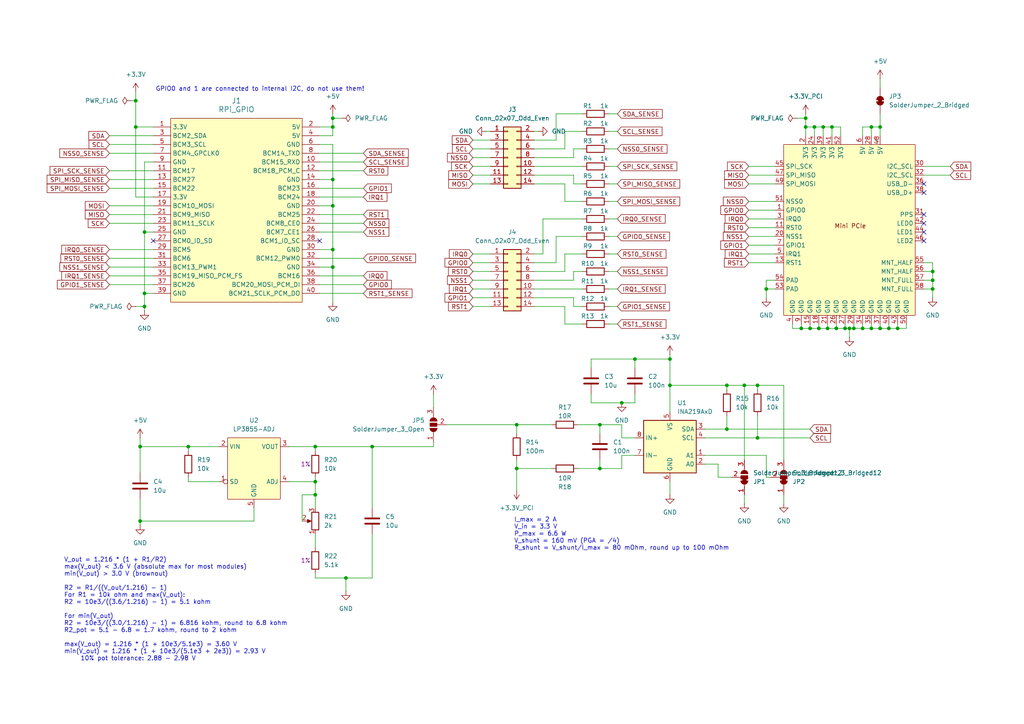
<source format=kicad_sch>
(kicad_sch (version 20250114) (generator "eeschema") (generator_version "9.0")
  (paper "A4")
  (title_block (title "RadioHAT Raspberry Pi HAT") (rev "E"))
  (text "V_out = 1.216 * (1 + R1/R2)\nmax(V_out) < 3.6 V (absolute max for most modules)\nmin(V_out) > 3.0 V (brownout)\n\nR2 = R1/((V_out/1.216) - 1)\nFor R1 = 10k ohm and max(V_out):\nR2 = 10e3/((3.6/1.216) - 1) = 5.1 kohm\n\nFor min(V_out)\nR2 = 10e3/((3.0/1.216) - 1) = 6.816 kohm, round to 6.8 kohm\nR2_pot = 5.1 - 6.8 = 1.7 kohm, round to 2 kohm\n\nmax(V_out) = 1.216 * (1 + 10e3/5.1e3) = 3.60 V\nmin(V_out) = 1.216 * (1 + 10e3/(5.1e3 + 2e3)) = 2.93 V\n	10% pot tolerance: 2.88 - 2.98 V" (at 18.542 176.784 0) (effects (font (size 1.27 1.27)) (justify left)))
  (text "GPIO0 and 1 are connected to internal I2C, do not use them!" (at 75.438 25.908 0) (effects (font (size 1.27 1.27))))
  (text "I_max = 2 A\nV_in = 3.3 V\nP_max = 6.6 W\nV_shunt = 160 mV (PGA = /4)\nR_shunt = V_shunt/I_max = 80 mOhm, round up to 100 mOhm" (at 149.098 154.94 0) (effects (font (size 1.27 1.27)) (justify left)))
  (junction (at 219.71 111.76))
  (junction (at 270.51 78.74))
  (junction (at 194.31 111.76))
  (junction (at 96.52 77.47))
  (junction (at 210.82 124.46))
  (junction (at 149.86 135.89))
  (junction (at 173.99 123.19))
  (junction (at 245.11 95.25))
  (junction (at 252.73 95.25))
  (junction (at 252.73 36.83))
  (junction (at 240.03 95.25))
  (junction (at 149.86 123.19))
  (junction (at 39.37 36.83))
  (junction (at 255.27 36.83))
  (junction (at 222.25 83.82))
  (junction (at 91.44 139.7))
  (junction (at 173.99 135.89))
  (junction (at 41.91 85.09))
  (junction (at 194.31 104.14))
  (junction (at 242.57 95.25))
  (junction (at 100.33 167.64))
  (junction (at 180.34 116.84))
  (junction (at 236.22 36.83))
  (junction (at 219.71 127))
  (junction (at 96.52 59.69))
  (junction (at 270.51 81.28))
  (junction (at 96.52 36.83))
  (junction (at 247.65 95.25))
  (junction (at 260.35 95.25))
  (junction (at 40.64 151.13))
  (junction (at 96.52 72.39))
  (junction (at 40.64 129.54))
  (junction (at 232.41 95.25))
  (junction (at 96.52 34.29))
  (junction (at 234.95 95.25))
  (junction (at 257.81 95.25))
  (junction (at 233.68 36.83))
  (junction (at 39.37 29.21))
  (junction (at 246.38 95.25))
  (junction (at 91.44 143.51))
  (junction (at 54.61 129.54))
  (junction (at 238.76 36.83))
  (junction (at 41.91 67.31))
  (junction (at 184.15 104.14))
  (junction (at 237.49 95.25))
  (junction (at 233.68 34.29))
  (junction (at 41.91 88.9))
  (junction (at 210.82 111.76))
  (junction (at 107.95 129.54))
  (junction (at 91.44 129.54))
  (junction (at 250.19 95.25))
  (junction (at 270.51 83.82))
  (junction (at 215.9 111.76))
  (junction (at 96.52 52.07))
  (junction (at 241.3 36.83))
  (junction (at 255.27 95.25))
  (no_connect (at 44.45 69.85))
  (no_connect (at 267.97 69.85))
  (no_connect (at 267.97 53.34))
  (no_connect (at 92.71 69.85))
  (no_connect (at 267.97 64.77))
  (no_connect (at 267.97 62.23))
  (no_connect (at 267.97 67.31))
  (no_connect (at 267.97 55.88))
  (wire (pts (xy 229.87 93.98) (xy 229.87 95.25)))
  (wire (pts (xy 137.16 53.34) (xy 142.24 53.34)))
  (wire (pts (xy 54.61 129.54) (xy 63.5 129.54)))
  (wire (pts (xy 210.82 111.76) (xy 215.9 111.76)))
  (wire (pts (xy 92.71 52.07) (xy 96.52 52.07)))
  (wire (pts (xy 40.64 127) (xy 40.64 129.54)))
  (wire (pts (xy 257.81 95.25) (xy 260.35 95.25)))
  (wire (pts (xy 241.3 36.83) (xy 243.84 36.83)))
  (wire (pts (xy 219.71 127) (xy 234.95 127)))
  (wire (pts (xy 41.91 88.9) (xy 41.91 90.17)))
  (wire (pts (xy 232.41 93.98) (xy 232.41 95.25)))
  (wire (pts (xy 260.35 95.25) (xy 262.89 95.25)))
  (wire (pts (xy 166.37 53.34) (xy 168.91 53.34)))
  (wire (pts (xy 91.44 139.7) (xy 91.44 143.51)))
  (wire (pts (xy 171.45 116.84) (xy 180.34 116.84)))
  (wire (pts (xy 31.75 77.47) (xy 44.45 77.47)))
  (wire (pts (xy 39.37 57.15) (xy 39.37 36.83)))
  (wire (pts (xy 161.29 76.2) (xy 161.29 68.58)))
  (wire (pts (xy 107.95 167.64) (xy 100.33 167.64)))
  (wire (pts (xy 31.75 59.69) (xy 44.45 59.69)))
  (wire (pts (xy 31.75 64.77) (xy 44.45 64.77)))
  (wire (pts (xy 163.83 43.18) (xy 163.83 38.1)))
  (wire (pts (xy 166.37 50.8) (xy 166.37 53.34)))
  (wire (pts (xy 217.17 66.04) (xy 224.79 66.04)))
  (wire (pts (xy 96.52 36.83) (xy 96.52 39.37)))
  (wire (pts (xy 217.17 60.96) (xy 224.79 60.96)))
  (wire (pts (xy 231.14 34.29) (xy 233.68 34.29)))
  (wire (pts (xy 222.25 81.28) (xy 222.25 83.82)))
  (wire (pts (xy 92.71 41.91) (xy 96.52 41.91)))
  (wire (pts (xy 210.82 124.46) (xy 234.95 124.46)))
  (wire (pts (xy 31.75 54.61) (xy 44.45 54.61)))
  (wire (pts (xy 92.71 46.99) (xy 105.41 46.99)))
  (wire (pts (xy 204.47 132.08) (xy 222.25 132.08)))
  (wire (pts (xy 92.71 57.15) (xy 105.41 57.15)))
  (wire (pts (xy 250.19 93.98) (xy 250.19 95.25)))
  (wire (pts (xy 31.75 82.55) (xy 44.45 82.55)))
  (wire (pts (xy 154.94 76.2) (xy 161.29 76.2)))
  (wire (pts (xy 204.47 127) (xy 219.71 127)))
  (wire (pts (xy 96.52 77.47) (xy 96.52 87.63)))
  (wire (pts (xy 140.97 38.1) (xy 142.24 38.1)))
  (wire (pts (xy 40.64 129.54) (xy 40.64 137.16)))
  (wire (pts (xy 237.49 93.98) (xy 237.49 95.25)))
  (wire (pts (xy 149.86 123.19) (xy 160.02 123.19)))
  (wire (pts (xy 41.91 85.09) (xy 41.91 88.9)))
  (wire (pts (xy 233.68 36.83) (xy 236.22 36.83)))
  (wire (pts (xy 73.66 151.13) (xy 40.64 151.13)))
  (wire (pts (xy 171.45 114.3) (xy 171.45 116.84)))
  (wire (pts (xy 96.52 34.29) (xy 96.52 36.83)))
  (wire (pts (xy 194.31 111.76) (xy 194.31 119.38)))
  (wire (pts (xy 125.73 128.27) (xy 125.73 129.54)))
  (wire (pts (xy 215.9 111.76) (xy 215.9 133.35)))
  (wire (pts (xy 92.71 36.83) (xy 96.52 36.83)))
  (wire (pts (xy 137.16 50.8) (xy 142.24 50.8)))
  (wire (pts (xy 137.16 73.66) (xy 142.24 73.66)))
  (wire (pts (xy 247.65 93.98) (xy 247.65 95.25)))
  (wire (pts (xy 163.83 88.9) (xy 163.83 93.98)))
  (wire (pts (xy 92.71 49.53) (xy 105.41 49.53)))
  (wire (pts (xy 255.27 22.86) (xy 255.27 25.4)))
  (wire (pts (xy 217.17 58.42) (xy 224.79 58.42)))
  (wire (pts (xy 267.97 83.82) (xy 270.51 83.82)))
  (wire (pts (xy 255.27 33.02) (xy 255.27 36.83)))
  (wire (pts (xy 184.15 106.68) (xy 184.15 104.14)))
  (wire (pts (xy 39.37 36.83) (xy 39.37 29.21)))
  (wire (pts (xy 92.71 54.61) (xy 105.41 54.61)))
  (wire (pts (xy 73.66 147.32) (xy 73.66 151.13)))
  (wire (pts (xy 222.25 138.43) (xy 223.52 138.43)))
  (wire (pts (xy 83.82 139.7) (xy 91.44 139.7)))
  (wire (pts (xy 92.71 74.93) (xy 105.41 74.93)))
  (wire (pts (xy 161.29 33.02) (xy 168.91 33.02)))
  (wire (pts (xy 267.97 78.74) (xy 270.51 78.74)))
  (wire (pts (xy 267.97 76.2) (xy 270.51 76.2)))
  (wire (pts (xy 242.57 93.98) (xy 242.57 95.25)))
  (wire (pts (xy 166.37 86.36) (xy 166.37 88.9)))
  (wire (pts (xy 232.41 95.25) (xy 234.95 95.25)))
  (wire (pts (xy 92.71 77.47) (xy 96.52 77.47)))
  (wire (pts (xy 227.33 111.76) (xy 219.71 111.76)))
  (wire (pts (xy 240.03 95.25) (xy 242.57 95.25)))
  (wire (pts (xy 166.37 45.72) (xy 166.37 43.18)))
  (wire (pts (xy 252.73 95.25) (xy 255.27 95.25)))
  (wire (pts (xy 236.22 36.83) (xy 238.76 36.83)))
  (wire (pts (xy 163.83 53.34) (xy 163.83 58.42)))
  (wire (pts (xy 176.53 38.1) (xy 179.07 38.1)))
  (wire (pts (xy 222.25 132.08) (xy 222.25 138.43)))
  (wire (pts (xy 215.9 143.51) (xy 215.9 146.05)))
  (wire (pts (xy 270.51 81.28) (xy 270.51 83.82)))
  (wire (pts (xy 107.95 129.54) (xy 107.95 147.32)))
  (wire (pts (xy 154.94 48.26) (xy 168.91 48.26)))
  (wire (pts (xy 163.83 38.1) (xy 168.91 38.1)))
  (wire (pts (xy 154.94 88.9) (xy 163.83 88.9)))
  (wire (pts (xy 41.91 46.99) (xy 41.91 67.31)))
  (wire (pts (xy 54.61 139.7) (xy 54.61 138.43)))
  (wire (pts (xy 270.51 76.2) (xy 270.51 78.74)))
  (wire (pts (xy 39.37 29.21) (xy 39.37 26.67)))
  (wire (pts (xy 267.97 81.28) (xy 270.51 81.28)))
  (wire (pts (xy 243.84 36.83) (xy 243.84 39.37)))
  (wire (pts (xy 234.95 95.25) (xy 237.49 95.25)))
  (wire (pts (xy 96.52 41.91) (xy 96.52 52.07)))
  (wire (pts (xy 217.17 63.5) (xy 224.79 63.5)))
  (wire (pts (xy 41.91 67.31) (xy 41.91 85.09)))
  (wire (pts (xy 137.16 88.9) (xy 142.24 88.9)))
  (wire (pts (xy 91.44 129.54) (xy 91.44 130.81)))
  (wire (pts (xy 219.71 120.65) (xy 219.71 127)))
  (wire (pts (xy 38.1 29.21) (xy 39.37 29.21)))
  (wire (pts (xy 63.5 139.7) (xy 54.61 139.7)))
  (wire (pts (xy 137.16 78.74) (xy 142.24 78.74)))
  (wire (pts (xy 217.17 73.66) (xy 224.79 73.66)))
  (wire (pts (xy 154.94 40.64) (xy 161.29 40.64)))
  (wire (pts (xy 252.73 36.83) (xy 250.19 36.83)))
  (wire (pts (xy 176.53 93.98) (xy 179.07 93.98)))
  (wire (pts (xy 238.76 36.83) (xy 238.76 39.37)))
  (wire (pts (xy 31.75 80.01) (xy 44.45 80.01)))
  (wire (pts (xy 242.57 95.25) (xy 245.11 95.25)))
  (wire (pts (xy 91.44 154.94) (xy 91.44 158.75)))
  (wire (pts (xy 154.94 45.72) (xy 166.37 45.72)))
  (wire (pts (xy 100.33 167.64) (xy 91.44 167.64)))
  (wire (pts (xy 96.52 34.29) (xy 99.06 34.29)))
  (wire (pts (xy 233.68 33.02) (xy 233.68 34.29)))
  (wire (pts (xy 176.53 58.42) (xy 179.07 58.42)))
  (wire (pts (xy 227.33 133.35) (xy 227.33 111.76)))
  (wire (pts (xy 171.45 106.68) (xy 171.45 104.14)))
  (wire (pts (xy 107.95 129.54) (xy 91.44 129.54)))
  (wire (pts (xy 241.3 36.83) (xy 241.3 39.37)))
  (wire (pts (xy 233.68 34.29) (xy 233.68 36.83)))
  (wire (pts (xy 163.83 93.98) (xy 168.91 93.98)))
  (wire (pts (xy 154.94 81.28) (xy 166.37 81.28)))
  (wire (pts (xy 233.68 36.83) (xy 233.68 39.37)))
  (wire (pts (xy 224.79 81.28) (xy 222.25 81.28)))
  (wire (pts (xy 39.37 36.83) (xy 44.45 36.83)))
  (wire (pts (xy 173.99 123.19) (xy 173.99 125.73)))
  (wire (pts (xy 222.25 83.82) (xy 222.25 86.36)))
  (wire (pts (xy 163.83 78.74) (xy 163.83 73.66)))
  (wire (pts (xy 194.31 104.14) (xy 194.31 111.76)))
  (wire (pts (xy 245.11 93.98) (xy 245.11 95.25)))
  (wire (pts (xy 92.71 80.01) (xy 105.41 80.01)))
  (wire (pts (xy 154.94 50.8) (xy 166.37 50.8)))
  (wire (pts (xy 129.54 123.19) (xy 149.86 123.19)))
  (wire (pts (xy 270.51 83.82) (xy 270.51 86.36)))
  (wire (pts (xy 255.27 36.83) (xy 255.27 39.37)))
  (wire (pts (xy 137.16 86.36) (xy 142.24 86.36)))
  (wire (pts (xy 167.64 123.19) (xy 173.99 123.19)))
  (wire (pts (xy 40.64 144.78) (xy 40.64 151.13)))
  (wire (pts (xy 157.48 63.5) (xy 157.48 73.66)))
  (wire (pts (xy 180.34 135.89) (xy 173.99 135.89)))
  (wire (pts (xy 166.37 81.28) (xy 166.37 78.74)))
  (wire (pts (xy 154.94 43.18) (xy 163.83 43.18)))
  (wire (pts (xy 210.82 120.65) (xy 210.82 124.46)))
  (wire (pts (xy 210.82 113.03) (xy 210.82 111.76)))
  (wire (pts (xy 176.53 63.5) (xy 179.07 63.5)))
  (wire (pts (xy 92.71 59.69) (xy 96.52 59.69)))
  (wire (pts (xy 107.95 154.94) (xy 107.95 167.64)))
  (wire (pts (xy 91.44 138.43) (xy 91.44 139.7)))
  (wire (pts (xy 161.29 40.64) (xy 161.29 33.02)))
  (wire (pts (xy 92.71 67.31) (xy 105.41 67.31)))
  (wire (pts (xy 184.15 127) (xy 180.34 127)))
  (wire (pts (xy 217.17 68.58) (xy 224.79 68.58)))
  (wire (pts (xy 176.53 48.26) (xy 179.07 48.26)))
  (wire (pts (xy 184.15 104.14) (xy 194.31 104.14)))
  (wire (pts (xy 262.89 93.98) (xy 262.89 95.25)))
  (wire (pts (xy 194.31 111.76) (xy 210.82 111.76)))
  (wire (pts (xy 270.51 78.74) (xy 270.51 81.28)))
  (wire (pts (xy 44.45 57.15) (xy 39.37 57.15)))
  (wire (pts (xy 176.53 88.9) (xy 179.07 88.9)))
  (wire (pts (xy 250.19 95.25) (xy 252.73 95.25)))
  (wire (pts (xy 176.53 43.18) (xy 179.07 43.18)))
  (wire (pts (xy 176.53 53.34) (xy 179.07 53.34)))
  (wire (pts (xy 238.76 36.83) (xy 241.3 36.83)))
  (wire (pts (xy 44.45 85.09) (xy 41.91 85.09)))
  (wire (pts (xy 176.53 83.82) (xy 179.07 83.82)))
  (wire (pts (xy 31.75 62.23) (xy 44.45 62.23)))
  (wire (pts (xy 180.34 132.08) (xy 180.34 135.89)))
  (wire (pts (xy 154.94 38.1) (xy 156.21 38.1)))
  (wire (pts (xy 31.75 41.91) (xy 44.45 41.91)))
  (wire (pts (xy 157.48 63.5) (xy 168.91 63.5)))
  (wire (pts (xy 247.65 95.25) (xy 250.19 95.25)))
  (wire (pts (xy 217.17 50.8) (xy 224.79 50.8)))
  (wire (pts (xy 194.31 139.7) (xy 194.31 143.51)))
  (wire (pts (xy 255.27 93.98) (xy 255.27 95.25)))
  (wire (pts (xy 176.53 33.02) (xy 179.07 33.02)))
  (wire (pts (xy 149.86 135.89) (xy 149.86 142.24)))
  (wire (pts (xy 180.34 127) (xy 180.34 123.19)))
  (wire (pts (xy 154.94 78.74) (xy 163.83 78.74)))
  (wire (pts (xy 180.34 116.84) (xy 184.15 116.84)))
  (wire (pts (xy 149.86 125.73) (xy 149.86 123.19)))
  (wire (pts (xy 167.64 135.89) (xy 173.99 135.89)))
  (wire (pts (xy 87.63 143.51) (xy 87.63 151.13)))
  (wire (pts (xy 92.71 85.09) (xy 105.41 85.09)))
  (wire (pts (xy 217.17 71.12) (xy 224.79 71.12)))
  (wire (pts (xy 31.75 49.53) (xy 44.45 49.53)))
  (wire (pts (xy 252.73 36.83) (xy 252.73 39.37)))
  (wire (pts (xy 166.37 78.74) (xy 168.91 78.74)))
  (wire (pts (xy 31.75 52.07) (xy 44.45 52.07)))
  (wire (pts (xy 227.33 143.51) (xy 227.33 146.05)))
  (wire (pts (xy 91.44 143.51) (xy 91.44 147.32)))
  (wire (pts (xy 96.52 33.02) (xy 96.52 34.29)))
  (wire (pts (xy 87.63 143.51) (xy 91.44 143.51)))
  (wire (pts (xy 154.94 83.82) (xy 168.91 83.82)))
  (wire (pts (xy 240.03 93.98) (xy 240.03 95.25)))
  (wire (pts (xy 44.45 67.31) (xy 41.91 67.31)))
  (wire (pts (xy 137.16 40.64) (xy 142.24 40.64)))
  (wire (pts (xy 208.28 138.43) (xy 212.09 138.43)))
  (wire (pts (xy 125.73 114.3) (xy 125.73 118.11)))
  (wire (pts (xy 92.71 82.55) (xy 105.41 82.55)))
  (wire (pts (xy 171.45 104.14) (xy 184.15 104.14)))
  (wire (pts (xy 260.35 93.98) (xy 260.35 95.25)))
  (wire (pts (xy 163.83 73.66) (xy 168.91 73.66)))
  (wire (pts (xy 40.64 129.54) (xy 54.61 129.54)))
  (wire (pts (xy 31.75 74.93) (xy 44.45 74.93)))
  (wire (pts (xy 149.86 135.89) (xy 160.02 135.89)))
  (wire (pts (xy 92.71 39.37) (xy 96.52 39.37)))
  (wire (pts (xy 255.27 36.83) (xy 252.73 36.83)))
  (wire (pts (xy 246.38 95.25) (xy 246.38 97.79)))
  (wire (pts (xy 215.9 111.76) (xy 219.71 111.76)))
  (wire (pts (xy 96.52 59.69) (xy 96.52 72.39)))
  (wire (pts (xy 44.45 46.99) (xy 41.91 46.99)))
  (wire (pts (xy 91.44 167.64) (xy 91.44 166.37)))
  (wire (pts (xy 166.37 88.9) (xy 168.91 88.9)))
  (wire (pts (xy 137.16 76.2) (xy 142.24 76.2)))
  (wire (pts (xy 92.71 44.45) (xy 105.41 44.45)))
  (wire (pts (xy 92.71 72.39) (xy 96.52 72.39)))
  (wire (pts (xy 92.71 64.77) (xy 105.41 64.77)))
  (wire (pts (xy 217.17 76.2) (xy 224.79 76.2)))
  (wire (pts (xy 204.47 134.62) (xy 208.28 134.62)))
  (wire (pts (xy 100.33 167.64) (xy 100.33 171.45)))
  (wire (pts (xy 96.52 72.39) (xy 96.52 77.47)))
  (wire (pts (xy 161.29 68.58) (xy 168.91 68.58)))
  (wire (pts (xy 92.71 62.23) (xy 105.41 62.23)))
  (wire (pts (xy 154.94 73.66) (xy 157.48 73.66)))
  (wire (pts (xy 252.73 93.98) (xy 252.73 95.25)))
  (wire (pts (xy 176.53 78.74) (xy 179.07 78.74)))
  (wire (pts (xy 137.16 83.82) (xy 142.24 83.82)))
  (wire (pts (xy 222.25 83.82) (xy 224.79 83.82)))
  (wire (pts (xy 217.17 53.34) (xy 224.79 53.34)))
  (wire (pts (xy 194.31 102.87) (xy 194.31 104.14)))
  (wire (pts (xy 137.16 43.18) (xy 142.24 43.18)))
  (wire (pts (xy 39.37 88.9) (xy 41.91 88.9)))
  (wire (pts (xy 184.15 114.3) (xy 184.15 116.84)))
  (wire (pts (xy 173.99 135.89) (xy 173.99 133.35)))
  (wire (pts (xy 40.64 151.13) (xy 40.64 152.4)))
  (wire (pts (xy 31.75 39.37) (xy 44.45 39.37)))
  (wire (pts (xy 83.82 129.54) (xy 91.44 129.54)))
  (wire (pts (xy 31.75 72.39) (xy 44.45 72.39)))
  (wire (pts (xy 54.61 129.54) (xy 54.61 130.81)))
  (wire (pts (xy 245.11 95.25) (xy 246.38 95.25)))
  (wire (pts (xy 176.53 73.66) (xy 179.07 73.66)))
  (wire (pts (xy 237.49 95.25) (xy 240.03 95.25)))
  (wire (pts (xy 229.87 95.25) (xy 232.41 95.25)))
  (wire (pts (xy 257.81 93.98) (xy 257.81 95.25)))
  (wire (pts (xy 163.83 58.42) (xy 168.91 58.42)))
  (wire (pts (xy 217.17 48.26) (xy 224.79 48.26)))
  (wire (pts (xy 154.94 86.36) (xy 166.37 86.36)))
  (wire (pts (xy 236.22 36.83) (xy 236.22 39.37)))
  (wire (pts (xy 184.15 132.08) (xy 180.34 132.08)))
  (wire (pts (xy 31.75 44.45) (xy 44.45 44.45)))
  (wire (pts (xy 267.97 48.26) (xy 275.59 48.26)))
  (wire (pts (xy 149.86 133.35) (xy 149.86 135.89)))
  (wire (pts (xy 219.71 113.03) (xy 219.71 111.76)))
  (wire (pts (xy 166.37 43.18) (xy 168.91 43.18)))
  (wire (pts (xy 204.47 124.46) (xy 210.82 124.46)))
  (wire (pts (xy 154.94 53.34) (xy 163.83 53.34)))
  (wire (pts (xy 137.16 81.28) (xy 142.24 81.28)))
  (wire (pts (xy 96.52 52.07) (xy 96.52 59.69)))
  (wire (pts (xy 107.95 129.54) (xy 125.73 129.54)))
  (wire (pts (xy 255.27 95.25) (xy 257.81 95.25)))
  (wire (pts (xy 246.38 95.25) (xy 247.65 95.25)))
  (wire (pts (xy 250.19 39.37) (xy 250.19 36.83)))
  (wire (pts (xy 234.95 93.98) (xy 234.95 95.25)))
  (wire (pts (xy 208.28 134.62) (xy 208.28 138.43)))
  (wire (pts (xy 137.16 45.72) (xy 142.24 45.72)))
  (wire (pts (xy 137.16 48.26) (xy 142.24 48.26)))
  (wire (pts (xy 267.97 50.8) (xy 275.59 50.8)))
  (wire (pts (xy 180.34 123.19) (xy 173.99 123.19)))
  (wire (pts (xy 176.53 68.58) (xy 179.07 68.58)))
  (global_label "SCL" (shape input) (at 137.16 43.18 180) (property "Intersheetrefs" "${INTERSHEET_REFS}" (effects (hide yes))))
  (global_label "GPIO1" (shape input) (at 137.16 86.36 180) (property "Intersheetrefs" "${INTERSHEET_REFS}" (effects (hide yes))))
  (global_label "NSS1" (shape input) (at 137.16 81.28 180) (property "Intersheetrefs" "${INTERSHEET_REFS}" (effects (hide yes))))
  (global_label "SCK" (shape input) (at 137.16 48.26 180) (property "Intersheetrefs" "${INTERSHEET_REFS}" (effects (hide yes))))
  (global_label "GPIO1_SENSE" (shape input) (at 179.07 88.9 0) (property "Intersheetrefs" "${INTERSHEET_REFS}" (effects (hide yes))))
  (global_label "MISO" (shape input) (at 217.17 50.8 180) (property "Intersheetrefs" "${INTERSHEET_REFS}" (effects (hide yes))))
  (global_label "IRQ1" (shape input) (at 105.41 57.15 0) (property "Intersheetrefs" "${INTERSHEET_REFS}" (effects (hide yes))))
  (global_label "GPIO0_SENSE" (shape input) (at 105.41 74.93 0) (property "Intersheetrefs" "${INTERSHEET_REFS}" (effects (hide yes))))
  (global_label "NSS0_SENSE" (shape input) (at 179.07 43.18 0) (property "Intersheetrefs" "${INTERSHEET_REFS}" (effects (hide yes))))
  (global_label "SDA_SENSE" (shape input) (at 105.41 44.45 0) (property "Intersheetrefs" "${INTERSHEET_REFS}" (effects (hide yes))))
  (global_label "IRQ1" (shape input) (at 217.17 73.66 180) (property "Intersheetrefs" "${INTERSHEET_REFS}" (effects (hide yes))))
  (global_label "RST1" (shape input) (at 137.16 88.9 180) (property "Intersheetrefs" "${INTERSHEET_REFS}" (effects (hide yes))))
  (global_label "NSS0" (shape input) (at 217.17 58.42 180) (property "Intersheetrefs" "${INTERSHEET_REFS}" (effects (hide yes))))
  (global_label "NSS1" (shape input) (at 105.41 67.31 0) (property "Intersheetrefs" "${INTERSHEET_REFS}" (effects (hide yes))))
  (global_label "NSS0" (shape input) (at 137.16 45.72 180) (property "Intersheetrefs" "${INTERSHEET_REFS}" (effects (hide yes))))
  (global_label "IRQ1_SENSE" (shape input) (at 179.07 83.82 0) (property "Intersheetrefs" "${INTERSHEET_REFS}" (effects (hide yes))))
  (global_label "RST1" (shape input) (at 217.17 76.2 180) (property "Intersheetrefs" "${INTERSHEET_REFS}" (effects (hide yes))))
  (global_label "SCK" (shape input) (at 217.17 48.26 180) (property "Intersheetrefs" "${INTERSHEET_REFS}" (effects (hide yes))))
  (global_label "NSS1_SENSE" (shape input) (at 179.07 78.74 0) (property "Intersheetrefs" "${INTERSHEET_REFS}" (effects (hide yes))))
  (global_label "RST1" (shape input) (at 105.41 62.23 0) (property "Intersheetrefs" "${INTERSHEET_REFS}" (effects (hide yes))))
  (global_label "SDA" (shape input) (at 275.59 48.26 0) (property "Intersheetrefs" "${INTERSHEET_REFS}" (effects (hide yes))))
  (global_label "RST0" (shape input) (at 105.41 49.53 0) (property "Intersheetrefs" "${INTERSHEET_REFS}" (effects (hide yes))))
  (global_label "NSS0" (shape input) (at 105.41 64.77 0) (property "Intersheetrefs" "${INTERSHEET_REFS}" (effects (hide yes))))
  (global_label "GPIO0" (shape input) (at 217.17 60.96 180) (property "Intersheetrefs" "${INTERSHEET_REFS}" (effects (hide yes))))
  (global_label "GPIO1_SENSE" (shape input) (at 31.75 82.55 180) (property "Intersheetrefs" "${INTERSHEET_REFS}" (effects (hide yes))))
  (global_label "IRQ0_SENSE" (shape input) (at 31.75 72.39 180) (property "Intersheetrefs" "${INTERSHEET_REFS}" (effects (hide yes))))
  (global_label "SCL" (shape input) (at 275.59 50.8 0) (property "Intersheetrefs" "${INTERSHEET_REFS}" (effects (hide yes))))
  (global_label "SDA" (shape input) (at 31.75 39.37 180) (property "Intersheetrefs" "${INTERSHEET_REFS}" (effects (hide yes))))
  (global_label "IRQ0" (shape input) (at 217.17 63.5 180) (property "Intersheetrefs" "${INTERSHEET_REFS}" (effects (hide yes))))
  (global_label "RST0_SENSE" (shape input) (at 179.07 73.66 0) (property "Intersheetrefs" "${INTERSHEET_REFS}" (effects (hide yes))))
  (global_label "GPIO0" (shape input) (at 105.41 82.55 0) (property "Intersheetrefs" "${INTERSHEET_REFS}" (effects (hide yes))))
  (global_label "NSS1_SENSE" (shape input) (at 31.75 77.47 180) (property "Intersheetrefs" "${INTERSHEET_REFS}" (effects (hide yes))))
  (global_label "SPI_MOSI_SENSE" (shape input) (at 31.75 54.61 180) (property "Intersheetrefs" "${INTERSHEET_REFS}" (effects (hide yes))))
  (global_label "RST1_SENSE" (shape input) (at 179.07 93.98 0) (property "Intersheetrefs" "${INTERSHEET_REFS}" (effects (hide yes))))
  (global_label "SPI_MOSI_SENSE" (shape input) (at 179.07 58.42 0) (property "Intersheetrefs" "${INTERSHEET_REFS}" (effects (hide yes))))
  (global_label "MISO" (shape input) (at 31.75 62.23 180) (property "Intersheetrefs" "${INTERSHEET_REFS}" (effects (hide yes))))
  (global_label "MOSI" (shape input) (at 31.75 59.69 180) (property "Intersheetrefs" "${INTERSHEET_REFS}" (effects (hide yes))))
  (global_label "SPI_SCK_SENSE" (shape input) (at 31.75 49.53 180) (property "Intersheetrefs" "${INTERSHEET_REFS}" (effects (hide yes))))
  (global_label "SCL" (shape input) (at 31.75 41.91 180) (property "Intersheetrefs" "${INTERSHEET_REFS}" (effects (hide yes))))
  (global_label "RST1_SENSE" (shape input) (at 105.41 85.09 0) (property "Intersheetrefs" "${INTERSHEET_REFS}" (effects (hide yes))))
  (global_label "GPIO0_SENSE" (shape input) (at 179.07 68.58 0) (property "Intersheetrefs" "${INTERSHEET_REFS}" (effects (hide yes))))
  (global_label "GPIO1" (shape input) (at 105.41 54.61 0) (property "Intersheetrefs" "${INTERSHEET_REFS}" (effects (hide yes))))
  (global_label "RST0" (shape input) (at 137.16 78.74 180) (property "Intersheetrefs" "${INTERSHEET_REFS}" (effects (hide yes))))
  (global_label "GPIO1" (shape input) (at 217.17 71.12 180) (property "Intersheetrefs" "${INTERSHEET_REFS}" (effects (hide yes))))
  (global_label "IRQ0" (shape input) (at 105.41 80.01 0) (property "Intersheetrefs" "${INTERSHEET_REFS}" (effects (hide yes))))
  (global_label "SPI_SCK_SENSE" (shape input) (at 179.07 48.26 0) (property "Intersheetrefs" "${INTERSHEET_REFS}" (effects (hide yes))))
  (global_label "NSS1" (shape input) (at 217.17 68.58 180) (property "Intersheetrefs" "${INTERSHEET_REFS}" (effects (hide yes))))
  (global_label "SCL_SENSE" (shape input) (at 179.07 38.1 0) (property "Intersheetrefs" "${INTERSHEET_REFS}" (effects (hide yes))))
  (global_label "IRQ1_SENSE" (shape input) (at 31.75 80.01 180) (property "Intersheetrefs" "${INTERSHEET_REFS}" (effects (hide yes))))
  (global_label "SCK" (shape input) (at 31.75 64.77 180) (property "Intersheetrefs" "${INTERSHEET_REFS}" (effects (hide yes))))
  (global_label "NSS0_SENSE" (shape input) (at 31.75 44.45 180) (property "Intersheetrefs" "${INTERSHEET_REFS}" (effects (hide yes))))
  (global_label "MOSI" (shape input) (at 137.16 53.34 180) (property "Intersheetrefs" "${INTERSHEET_REFS}" (effects (hide yes))))
  (global_label "MISO" (shape input) (at 137.16 50.8 180) (property "Intersheetrefs" "${INTERSHEET_REFS}" (effects (hide yes))))
  (global_label "RST0_SENSE" (shape input) (at 31.75 74.93 180) (property "Intersheetrefs" "${INTERSHEET_REFS}" (effects (hide yes))))
  (global_label "SPI_MISO_SENSE" (shape input) (at 31.75 52.07 180) (property "Intersheetrefs" "${INTERSHEET_REFS}" (effects (hide yes))))
  (global_label "RST0" (shape input) (at 217.17 66.04 180) (property "Intersheetrefs" "${INTERSHEET_REFS}" (effects (hide yes))))
  (global_label "IRQ0" (shape input) (at 137.16 73.66 180) (property "Intersheetrefs" "${INTERSHEET_REFS}" (effects (hide yes))))
  (global_label "SDA" (shape input) (at 137.16 40.64 180) (property "Intersheetrefs" "${INTERSHEET_REFS}" (effects (hide yes))))
  (global_label "SDA" (shape input) (at 234.95 124.46 0) (property "Intersheetrefs" "${INTERSHEET_REFS}" (effects (hide yes))))
  (global_label "SDA_SENSE" (shape input) (at 179.07 33.02 0) (property "Intersheetrefs" "${INTERSHEET_REFS}" (effects (hide yes))))
  (global_label "SCL" (shape input) (at 234.95 127 0) (property "Intersheetrefs" "${INTERSHEET_REFS}" (effects (hide yes))))
  (global_label "MOSI" (shape input) (at 217.17 53.34 180) (property "Intersheetrefs" "${INTERSHEET_REFS}" (effects (hide yes))))
  (global_label "SPI_MISO_SENSE" (shape input) (at 179.07 53.34 0) (property "Intersheetrefs" "${INTERSHEET_REFS}" (effects (hide yes))))
  (global_label "IRQ0_SENSE" (shape input) (at 179.07 63.5 0) (property "Intersheetrefs" "${INTERSHEET_REFS}" (effects (hide yes))))
  (global_label "IRQ1" (shape input) (at 137.16 83.82 180) (property "Intersheetrefs" "${INTERSHEET_REFS}" (effects (hide yes))))
  (global_label "SCL_SENSE" (shape input) (at 105.41 46.99 0) (property "Intersheetrefs" "${INTERSHEET_REFS}" (effects (hide yes))))
  (global_label "GPIO0" (shape input) (at 137.16 76.2 180) (property "Intersheetrefs" "${INTERSHEET_REFS}" (effects (hide yes))))
  (symbol (lib_id "Jumper:SolderJumper_3_Bridged12") (at 215.9 138.43 270) (mirror x) (unit 1) (in_bom no)
    (property "Reference" "JP1" (at 218.44 139.7001 90) (effects (justify left)))
    (property "Value" "SolderJumper_3_Bridged12" (at 218.44 137.1601 90) (effects (justify left)))
    (property "Footprint" "Jumper:SolderJumper-3_P1.3mm_Bridged12_Pad1.0x1.5mm_NumberLabels" (effects (hide yes)))
    (property "Description" "3-pole Solder Jumper, pins 1+2 closed/bridged" (effects (hide yes)))
  )
  (symbol (lib_id "power:GND") (at 215.9 146.05 0) (unit 1)
    (property "Reference" "#PWR012" (effects (hide yes)))
    (property "Value" "GND" (at 215.9 151.13 0))
    (property "Description" "Power symbol creates a global label with name \"GND\" , ground" (effects (hide yes)))
  )
  (symbol (lib_id "power:+5V") (at 255.27 22.86 0) (unit 1)
    (property "Reference" "#PWR021" (effects (hide yes)))
    (property "Value" "+5V" (at 255.27 17.78 0))
    (property "Description" "Power symbol creates a global label with name \"+5V\"" (effects (hide yes)))
  )
  (symbol (lib_id "power:GND") (at 41.91 90.17 0) (unit 1)
    (property "Reference" "#PWR05" (effects (hide yes)))
    (property "Value" "GND" (at 41.91 95.25 0))
    (property "Description" "Power symbol creates a global label with name \"GND\" , ground" (effects (hide yes)))
  )
  (symbol (lib_id "power:PWR_FLAG") (at 231.14 34.29 90) (unit 1)
    (property "Reference" "#FLG04" (effects (hide yes)))
    (property "Value" "PWR_FLAG" (at 227.33 34.2899 90) (effects (justify left)))
    (property "Description" "Special symbol for telling ERC where power comes from" (effects (hide yes)))
  )
  (symbol (lib_id "Device:R") (at 172.72 88.9 90) (unit 1)
    (property "Reference" "R12" (at 170.434 86.614 90))
    (property "Value" "1k" (at 175.26 86.614 90))
    (property "Footprint" "Resistor_SMD:R_0603_1608Metric_Pad0.98x0.95mm_HandSolder" (effects (hide yes)))
    (property "Description" "Resistor" (effects (hide yes)))
  )
  (symbol (lib_id "power:GND") (at 140.97 38.1 270) (unit 1)
    (property "Reference" "#PWR020" (effects (hide yes)))
    (property "Value" "GND" (at 137.16 38.0999 90) (effects (justify right)))
    (property "Description" "Power symbol creates a global label with name \"GND\" , ground" (effects (hide yes)))
  )
  (symbol (lib_id "Device:R") (at 210.82 116.84 0) (unit 1)
    (property "Reference" "R15" (at 213.36 115.5699 0) (effects (justify left)))
    (property "Value" "10k" (at 213.36 118.1099 0) (effects (justify left)))
    (property "Footprint" "Resistor_SMD:R_0603_1608Metric_Pad0.98x0.95mm_HandSolder" (effects (hide yes)))
    (property "Description" "Resistor" (effects (hide yes)))
    (property "Mouser" "603-AF0603FR-0710KL" (effects (hide yes)))
  )
  (symbol (lib_id "Jumper:SolderJumper_3_Bridged12") (at 227.33 138.43 270) (mirror x) (unit 1) (in_bom no)
    (property "Reference" "JP2" (at 229.87 139.7001 90) (effects (justify left)))
    (property "Value" "SolderJumper_3_Bridged12" (at 229.87 137.1601 90) (effects (justify left)))
    (property "Footprint" "Jumper:SolderJumper-3_P1.3mm_Bridged12_Pad1.0x1.5mm_NumberLabels" (effects (hide yes)))
    (property "Description" "3-pole Solder Jumper, pins 1+2 closed/bridged" (effects (hide yes)))
  )
  (symbol (lib_id "Device:R") (at 163.83 123.19 90) (unit 1)
    (property "Reference" "R17" (at 163.83 118.11 90))
    (property "Value" "10R" (at 163.83 120.65 90))
    (property "Footprint" "Resistor_SMD:R_0603_1608Metric_Pad0.98x0.95mm_HandSolder" (effects (hide yes)))
    (property "Description" "Resistor" (effects (hide yes)))
    (property "Mouser" "71-CRCW060310R0FKEAC" (effects (hide yes)))
  )
  (symbol (lib_id "Jumper:SolderJumper_2_Bridged") (at 255.27 29.21 90) (unit 1) (in_bom no)
    (property "Reference" "JP3" (at 257.81 27.9399 90) (effects (justify right)))
    (property "Value" "SolderJumper_2_Bridged" (at 257.81 30.4799 90) (effects (justify right)))
    (property "Footprint" "Jumper:SolderJumper-2_P1.3mm_Bridged_Pad1.0x1.5mm" (effects (hide yes)))
    (property "Description" "Solder Jumper, 2-pole, closed/bridged" (effects (hide yes)))
  )
  (symbol (lib_id "Jumper:SolderJumper_3_Open") (at 125.73 123.19 90) (unit 1) (in_bom no)
    (property "Reference" "JP5" (at 123.19 121.9199 90) (effects (justify left)))
    (property "Value" "SolderJumper_3_Open" (at 123.19 124.4599 90) (effects (justify left)))
    (property "Footprint" "Jumper:SolderJumper-3_P1.3mm_Open_Pad1.0x1.5mm_NumberLabels" (effects (hide yes)))
    (property "Description" "Solder Jumper, 3-pole, open" (effects (hide yes)))
  )
  (symbol (lib_id "Device:R") (at 172.72 33.02 90) (unit 1)
    (property "Reference" "R1" (at 170.434 30.734 90))
    (property "Value" "1k" (at 175.26 30.734 90))
    (property "Footprint" "Resistor_SMD:R_0603_1608Metric_Pad0.98x0.95mm_HandSolder" (effects (hide yes)))
    (property "Description" "Resistor" (effects (hide yes)))
  )
  (symbol (lib_id "Device:R") (at 163.83 135.89 270) (unit 1)
    (property "Reference" "R18" (at 163.83 141.224 90))
    (property "Value" "10R" (at 163.83 138.684 90))
    (property "Footprint" "Resistor_SMD:R_0603_1608Metric_Pad0.98x0.95mm_HandSolder" (effects (hide yes)))
    (property "Description" "Resistor" (effects (hide yes)))
  )
  (symbol (lib_id "power:GND") (at 156.21 38.1 90) (unit 1)
    (property "Reference" "#PWR019" (effects (hide yes)))
    (property "Value" "GND" (at 160.02 38.0999 90) (effects (justify right)))
    (property "Description" "Power symbol creates a global label with name \"GND\" , ground" (effects (hide yes)))
  )
  (symbol (lib_id "power:+3.3V") (at 149.86 142.24 180) (unit 1)
    (property "Reference" "#PWR011" (effects (hide yes)))
    (property "Value" "+3.3V_PCI" (at 149.86 147.32 0))
    (property "Description" "Power symbol creates a global label with name \"+3.3V\"" (effects (hide yes)))
  )
  (symbol (lib_id "Device:R") (at 172.72 38.1 90) (unit 1)
    (property "Reference" "R2" (at 170.434 35.814 90))
    (property "Value" "1k" (at 175.26 35.814 90))
    (property "Footprint" "Resistor_SMD:R_0603_1608Metric_Pad0.98x0.95mm_HandSolder" (effects (hide yes)))
    (property "Description" "Resistor" (effects (hide yes)))
  )
  (symbol (lib_id "Device:C") (at 173.99 129.54 0) (unit 1)
    (property "Reference" "C1" (at 177.8 128.2699 0) (effects (justify left)))
    (property "Value" "100n" (at 177.8 130.8099 0) (effects (justify left)))
    (property "Footprint" "Capacitor_SMD:C_0603_1608Metric_Pad1.08x0.95mm_HandSolder" (effects (hide yes)))
    (property "Description" "Unpolarized capacitor" (effects (hide yes)))
    (property "Mouser" "963-MAJCU168BB7104KT" (effects (hide yes)))
  )
  (symbol (lib_id "Sensor_Energy:INA219AxD") (at 194.31 129.54 0) (unit 1)
    (property "Reference" "U1" (at 196.4533 116.84 0) (effects (justify left)))
    (property "Value" "INA219AxD" (at 196.4533 119.38 0) (effects (justify left)))
    (property "Footprint" "Package_SO:SOIC-8_3.9x4.9mm_P1.27mm" (effects (hide yes)))
    (property "Datasheet" "http://www.ti.com/lit/ds/symlink/ina219.pdf" (effects (hide yes)))
    (property "Description" "Zero-Drift, Bidirectional Current/Power Monitor (0-26V) With I2C Interface, SOIC-8" (effects (hide yes)))
    (property "Mouser" " 595-INA219AIDR" (effects (hide yes)))
  )
  (symbol (lib_id "RadioHAT:LP3855-ADJ") (at 73.66 135.89 0) (unit 1)
    (property "Reference" "U2" (at 73.66 121.92 0))
    (property "Value" "LP3855-ADJ" (at 73.66 124.46 0))
    (property "Footprint" "RadioHAT:SOT150P700X180-5N" (effects (hide yes)))
    (property "Datasheet" "https://www.ti.com/lit/ds/symlink/lp3855-adj.pdf" (effects (hide yes)))
    (property "Mouser" "926-LP3855EMPADJNOPB" (effects (hide yes)))
  )
  (symbol (lib_id "Device:R") (at 91.44 134.62 0) (unit 1)
    (property "Reference" "R20" (at 93.98 133.3499 0) (effects (justify left)))
    (property "Value" "10k" (at 93.98 135.8899 0) (effects (justify left)))
    (property "Footprint" "Resistor_SMD:R_0603_1608Metric_Pad0.98x0.95mm_HandSolder" (effects (hide yes)))
    (property "Description" "Resistor" (effects (hide yes)))
    (property "Tolerance" "1%" (at 88.646 134.62 0))
    (property "Mouser" "603-AF0603FR-0710KL" (effects (hide yes)))
  )
  (symbol (lib_id "Device:R") (at 172.72 83.82 90) (unit 1)
    (property "Reference" "R11" (at 170.434 81.534 90))
    (property "Value" "1k" (at 175.26 81.534 90))
    (property "Footprint" "Resistor_SMD:R_0603_1608Metric_Pad0.98x0.95mm_HandSolder" (effects (hide yes)))
    (property "Description" "Resistor" (effects (hide yes)))
  )
  (symbol (lib_id "Device:R") (at 172.72 53.34 90) (unit 1)
    (property "Reference" "R5" (at 170.434 51.054 90))
    (property "Value" "1k" (at 175.26 51.054 90))
    (property "Footprint" "Resistor_SMD:R_0603_1608Metric_Pad0.98x0.95mm_HandSolder" (effects (hide yes)))
    (property "Description" "Resistor" (effects (hide yes)))
  )
  (symbol (lib_id "power:GND") (at 246.38 97.79 0) (unit 1)
    (property "Reference" "#PWR02" (effects (hide yes)))
    (property "Value" "GND" (at 246.38 102.87 0))
    (property "Description" "Power symbol creates a global label with name \"GND\" , ground" (effects (hide yes)))
  )
  (symbol (lib_id "Device:R") (at 172.72 58.42 90) (unit 1)
    (property "Reference" "R6" (at 170.434 56.134 90))
    (property "Value" "1k" (at 175.26 56.134 90))
    (property "Footprint" "Resistor_SMD:R_0603_1608Metric_Pad0.98x0.95mm_HandSolder" (effects (hide yes)))
    (property "Description" "Resistor" (effects (hide yes)))
  )
  (symbol (lib_id "power:+3.3V") (at 39.37 26.67 0) (unit 1)
    (property "Reference" "#PWR03" (effects (hide yes)))
    (property "Value" "+3.3V" (at 39.37 21.59 0))
    (property "Description" "Power symbol creates a global label with name \"+3.3V\"" (effects (hide yes)))
  )
  (symbol (lib_id "Connector_Generic:Conn_02x07_Odd_Even") (at 147.32 81.28 0) (unit 1)
    (property "Reference" "J4" (at 148.59 67.31 0))
    (property "Value" "Conn_02x07_Odd_Even" (at 148.59 69.85 0))
    (property "Footprint" "Connector_PinHeader_2.54mm:PinHeader_2x07_P2.54mm_Vertical" (effects (hide yes)))
    (property "Description" "Generic connector, double row, 02x07, odd/even pin numbering scheme (row 1 odd numbers, row 2 even numbers), script generated (kicad-library-utils/schlib/autogen/connector/)" (effects (hide yes)))
  )
  (symbol (lib_id "Device:R") (at 91.44 162.56 0) (unit 1)
    (property "Reference" "R22" (at 93.98 161.2899 0) (effects (justify left)))
    (property "Value" "5.1k" (at 93.98 163.8299 0) (effects (justify left)))
    (property "Footprint" "Resistor_SMD:R_0603_1608Metric_Pad0.98x0.95mm_HandSolder" (effects (hide yes)))
    (property "Description" "Resistor" (effects (hide yes)))
    (property "Tolerance" "1%" (at 88.646 162.56 0))
    (property "Mouser" "279-CRG0603F5K1" (effects (hide yes)))
  )
  (symbol (lib_id "power:GND") (at 40.64 152.4 0) (unit 1)
    (property "Reference" "#PWR017" (effects (hide yes)))
    (property "Value" "GND" (at 40.64 157.48 0))
    (property "Description" "Power symbol creates a global label with name \"GND\" , ground" (effects (hide yes)))
  )
  (symbol (lib_id "power:PWR_FLAG") (at 39.37 88.9 90) (unit 1)
    (property "Reference" "#FLG02" (effects (hide yes)))
    (property "Value" "PWR_FLAG" (at 35.56 88.8999 90) (effects (justify left)))
    (property "Description" "Special symbol for telling ERC where power comes from" (effects (hide yes)))
  )
  (symbol (lib_id "Device:R") (at 172.72 78.74 90) (unit 1)
    (property "Reference" "R10" (at 170.434 76.454 90))
    (property "Value" "1k" (at 175.26 76.454 90))
    (property "Footprint" "Resistor_SMD:R_0603_1608Metric_Pad0.98x0.95mm_HandSolder" (effects (hide yes)))
    (property "Description" "Resistor" (effects (hide yes)))
  )
  (symbol (lib_id "power:PWR_FLAG") (at 38.1 29.21 90) (unit 1)
    (property "Reference" "#FLG01" (effects (hide yes)))
    (property "Value" "PWR_FLAG" (at 34.29 29.2099 90) (effects (justify left)))
    (property "Description" "Special symbol for telling ERC where power comes from" (effects (hide yes)))
  )
  (symbol (lib_id "power:GND") (at 100.33 171.45 0) (unit 1)
    (property "Reference" "#PWR018" (effects (hide yes)))
    (property "Value" "GND" (at 100.33 176.53 0))
    (property "Description" "Power symbol creates a global label with name \"GND\" , ground" (effects (hide yes)))
  )
  (symbol (lib_id "power:+3.3V") (at 194.31 102.87 0) (unit 1)
    (property "Reference" "#PWR08" (effects (hide yes)))
    (property "Value" "+3.3V" (at 194.31 97.79 0))
    (property "Description" "Power symbol creates a global label with name \"+3.3V\"" (effects (hide yes)))
  )
  (symbol (lib_id "Device:R") (at 172.72 68.58 90) (unit 1)
    (property "Reference" "R8" (at 170.434 66.294 90))
    (property "Value" "1k" (at 175.26 66.294 90))
    (property "Footprint" "Resistor_SMD:R_0603_1608Metric_Pad0.98x0.95mm_HandSolder" (effects (hide yes)))
    (property "Description" "Resistor" (effects (hide yes)))
  )
  (symbol (lib_id "Device:R") (at 172.72 48.26 90) (unit 1)
    (property "Reference" "R4" (at 170.434 45.974 90))
    (property "Value" "1k" (at 175.26 45.974 90))
    (property "Footprint" "Resistor_SMD:R_0603_1608Metric_Pad0.98x0.95mm_HandSolder" (effects (hide yes)))
    (property "Description" "Resistor" (effects (hide yes)))
  )
  (symbol (lib_id "power:PWR_FLAG") (at 99.06 34.29 270) (unit 1)
    (property "Reference" "#FLG03" (effects (hide yes)))
    (property "Value" "PWR_FLAG" (at 102.87 34.2899 90) (effects (justify left)))
    (property "Description" "Special symbol for telling ERC where power comes from" (effects (hide yes)))
  )
  (symbol (lib_id "Device:R") (at 172.72 73.66 90) (unit 1)
    (property "Reference" "R9" (at 170.434 71.374 90))
    (property "Value" "1k" (at 175.26 71.374 90))
    (property "Footprint" "Resistor_SMD:R_0603_1608Metric_Pad0.98x0.95mm_HandSolder" (effects (hide yes)))
    (property "Description" "Resistor" (effects (hide yes)))
  )
  (symbol (lib_id "Device:R") (at 219.71 116.84 0) (unit 1)
    (property "Reference" "R16" (at 222.25 115.5699 0) (effects (justify left)))
    (property "Value" "10k" (at 222.25 118.1099 0) (effects (justify left)))
    (property "Footprint" "Resistor_SMD:R_0603_1608Metric_Pad0.98x0.95mm_HandSolder" (effects (hide yes)))
    (property "Description" "Resistor" (effects (hide yes)))
    (property "Mouser" "603-AF0603FR-0710KL" (effects (hide yes)))
  )
  (symbol (lib_id "power:+3.3V") (at 233.68 33.02 0) (unit 1)
    (property "Reference" "#PWR01" (effects (hide yes)))
    (property "Value" "+3.3V_PCI" (at 233.68 27.94 0))
    (property "Description" "Power symbol creates a global label with name \"+3.3V\"" (effects (hide yes)))
  )
  (symbol (lib_id "Device:C") (at 107.95 151.13 0) (unit 1)
    (property "Reference" "C5" (at 111.76 149.8599 0) (effects (justify left)))
    (property "Value" "10u" (at 111.76 152.3999 0) (effects (justify left)))
    (property "Footprint" "Capacitor_SMD:C_0805_2012Metric_Pad1.18x1.45mm_HandSolder" (effects (hide yes)))
    (property "Description" "Unpolarized capacitor" (effects (hide yes)))
    (property "Mouser" "581-KAM21AR71A106MU" (effects (hide yes)))
  )
  (symbol (lib_id "power:GND") (at 180.34 116.84 0) (unit 1)
    (property "Reference" "#PWR014" (effects (hide yes)))
    (property "Value" "GND" (at 180.34 121.92 0))
    (property "Description" "Power symbol creates a global label with name \"GND\" , ground" (effects (hide yes)))
  )
  (symbol (lib_id "Device:R") (at 172.72 93.98 90) (unit 1)
    (property "Reference" "R13" (at 170.434 91.694 90))
    (property "Value" "1k" (at 175.26 91.694 90))
    (property "Footprint" "Resistor_SMD:R_0603_1608Metric_Pad0.98x0.95mm_HandSolder" (effects (hide yes)))
    (property "Description" "Resistor" (effects (hide yes)))
  )
  (symbol (lib_id "power:GND") (at 227.33 146.05 0) (unit 1)
    (property "Reference" "#PWR013" (effects (hide yes)))
    (property "Value" "GND" (at 227.33 151.13 0))
    (property "Description" "Power symbol creates a global label with name \"GND\" , ground" (effects (hide yes)))
  )
  (symbol (lib_id "power:GND") (at 194.31 143.51 0) (unit 1)
    (property "Reference" "#PWR09" (effects (hide yes)))
    (property "Value" "GND" (at 194.31 148.59 0))
    (property "Description" "Power symbol creates a global label with name \"GND\" , ground" (effects (hide yes)))
  )
  (symbol (lib_id "power:GND") (at 270.51 86.36 0) (unit 1)
    (property "Reference" "#PWR06" (effects (hide yes)))
    (property "Value" "GND" (at 270.51 91.44 0))
    (property "Description" "Power symbol creates a global label with name \"GND\" , ground" (effects (hide yes)))
  )
  (symbol (lib_id "Device:R") (at 172.72 43.18 90) (unit 1)
    (property "Reference" "R3" (at 170.434 40.894 90))
    (property "Value" "1k" (at 175.26 40.894 90))
    (property "Footprint" "Resistor_SMD:R_0603_1608Metric_Pad0.98x0.95mm_HandSolder" (effects (hide yes)))
    (property "Description" "Resistor" (effects (hide yes)))
  )
  (symbol (lib_id "RadioHAT:RPi_GPIO") (at 67.31 31.75 0) (unit 1)
    (property "Reference" "J1" (at 68.58 29.21 0) (effects (font (size 1.524 1.524))))
    (property "Value" "RPi_GPIO" (at 68.58 31.75 0) (effects (font (size 1.524 1.524))))
    (property "Footprint" "RadioHAT:RPI_Hat_B+" (effects (hide yes)))
    (property "Mouser" "200-SSQ12004TD" (effects (hide yes)))
  )
  (symbol (lib_id "power:GND") (at 96.52 87.63 0) (unit 1)
    (property "Reference" "#PWR04" (effects (hide yes)))
    (property "Value" "GND" (at 96.52 92.71 0))
    (property "Description" "Power symbol creates a global label with name \"GND\" , ground" (effects (hide yes)))
  )
  (symbol (lib_id "Device:R") (at 149.86 129.54 0) (unit 1)
    (property "Reference" "R14" (at 152.4 128.2699 0) (effects (justify left)))
    (property "Value" "100m" (at 152.4 130.8099 0) (effects (justify left)))
    (property "Footprint" "RadioHAT:R_2512_6332Metric_Pad1.40x3.35mm_HandSolder_Bypass" (effects (hide yes)))
    (property "Description" "Resistor" (effects (hide yes)))
    (property "Mouser" "588-PCS2512DR1000ET" (effects (hide yes)))
  )
  (symbol (lib_id "Device:C") (at 184.15 110.49 0) (unit 1)
    (property "Reference" "C2" (at 187.96 109.2199 0) (effects (justify left)))
    (property "Value" "100n" (at 187.96 111.7599 0) (effects (justify left)))
    (property "Footprint" "Capacitor_SMD:C_0603_1608Metric_Pad1.08x0.95mm_HandSolder" (effects (hide yes)))
    (property "Description" "Unpolarized capacitor" (effects (hide yes)))
    (property "Mouser" "963-MAJCU168BB7104KT" (effects (hide yes)))
  )
  (symbol (lib_id "Device:C") (at 171.45 110.49 0) (unit 1)
    (property "Reference" "C3" (at 175.26 109.2199 0) (effects (justify left)))
    (property "Value" "10u" (at 175.26 111.7599 0) (effects (justify left)))
    (property "Footprint" "Capacitor_SMD:C_0805_2012Metric_Pad1.18x1.45mm_HandSolder" (effects (hide yes)))
    (property "Description" "Unpolarized capacitor" (effects (hide yes)))
    (property "Mouser" "581-KAM21AR71A106MU" (effects (hide yes)))
  )
  (symbol (lib_id "power:GND") (at 222.25 86.36 0) (unit 1)
    (property "Reference" "#PWR07" (effects (hide yes)))
    (property "Value" "GND" (at 222.25 91.44 0))
    (property "Description" "Power symbol creates a global label with name \"GND\" , ground" (effects (hide yes)))
  )
  (symbol (lib_id "power:+5V") (at 40.64 127 0) (unit 1)
    (property "Reference" "#PWR016" (effects (hide yes)))
    (property "Value" "+5V" (at 40.64 121.92 0))
    (property "Description" "Power symbol creates a global label with name \"+5V\"" (effects (hide yes)))
  )
  (symbol (lib_id "Device:R") (at 54.61 134.62 0) (unit 1)
    (property "Reference" "R19" (at 57.15 133.3499 0) (effects (justify left)))
    (property "Value" "10k" (at 57.15 135.8899 0) (effects (justify left)))
    (property "Footprint" "Resistor_SMD:R_0603_1608Metric_Pad0.98x0.95mm_HandSolder" (effects (hide yes)))
    (property "Description" "Resistor" (effects (hide yes)))
    (property "Mouser" "603-AF0603FR-0710KL" (effects (hide yes)))
  )
  (symbol (lib_id "Device:R") (at 172.72 63.5 90) (unit 1)
    (property "Reference" "R7" (at 170.434 61.214 90))
    (property "Value" "1k" (at 175.26 61.214 90))
    (property "Footprint" "Resistor_SMD:R_0603_1608Metric_Pad0.98x0.95mm_HandSolder" (effects (hide yes)))
    (property "Description" "Resistor" (effects (hide yes)))
  )
  (symbol (lib_id "power:+3.3V") (at 125.73 114.3 0) (unit 1)
    (property "Reference" "#PWR010" (effects (hide yes)))
    (property "Value" "+3.3V" (at 125.73 109.22 0))
    (property "Description" "Power symbol creates a global label with name \"+3.3V\"" (effects (hide yes)))
  )
  (symbol (lib_id "power:+5V") (at 96.52 33.02 0) (unit 1)
    (property "Reference" "#PWR015" (effects (hide yes)))
    (property "Value" "+5V" (at 96.52 27.94 0))
    (property "Description" "Power symbol creates a global label with name \"+5V\"" (effects (hide yes)))
  )
  (symbol (lib_id "Connector_Generic:Conn_02x07_Odd_Even") (at 147.32 45.72 0) (unit 1)
    (property "Reference" "J3" (at 148.59 31.75 0))
    (property "Value" "Conn_02x07_Odd_Even" (at 148.59 34.29 0))
    (property "Footprint" "Connector_PinHeader_2.54mm:PinHeader_2x07_P2.54mm_Vertical" (effects (hide yes)))
    (property "Description" "Generic connector, double row, 02x07, odd/even pin numbering scheme (row 1 odd numbers, row 2 even numbers), script generated (kicad-library-utils/schlib/autogen/connector/)" (effects (hide yes)))
  )
  (symbol (lib_id "RadioHAT:Mini_PCIe") (at 246.38 66.04 0) (unit 1)
    (property "Reference" "J2" (effects (hide yes)))
    (property "Value" "~" (at 253.6033 40.64 0) (effects (justify left)))
    (property "Footprint" "RadioHAT:Mini_PCIe_Latch_Hole" (effects (hide yes)))
    (property "Mouser" "571-1775838-2" (effects (hide yes)))
  )
  (symbol (lib_id "Device:R_Potentiometer") (at 91.44 151.13 180) (unit 1)
    (property "Reference" "R21" (at 93.98 149.8599 0) (effects (justify right)))
    (property "Value" "2k" (at 93.98 152.3999 0) (effects (justify right)))
    (property "Footprint" "RadioHAT:Potentiometer_Bourns_3362P1200LF" (effects (hide yes)))
    (property "Description" "Potentiometer" (effects (hide yes)))
    (property "Mouser" "652-3362P-1-202LF" (effects (hide yes)))
  )
  (symbol (lib_id "Device:C") (at 40.64 140.97 0) (unit 1)
    (property "Reference" "C4" (at 44.45 139.6999 0) (effects (justify left)))
    (property "Value" "10u" (at 44.45 142.2399 0) (effects (justify left)))
    (property "Footprint" "Capacitor_SMD:C_0805_2012Metric_Pad1.18x1.45mm_HandSolder" (effects (hide yes)))
    (property "Description" "Unpolarized capacitor" (effects (hide yes)))
    (property "Mouser" "581-KAM21AR71A106MU" (effects (hide yes)))
  )
)
</source>
